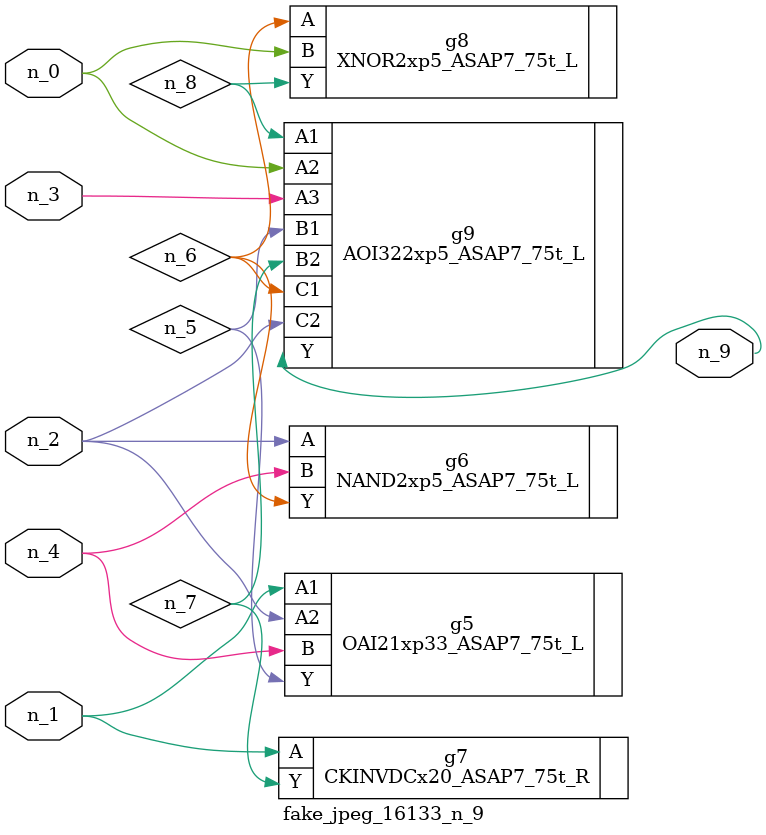
<source format=v>
module fake_jpeg_16133_n_9 (n_3, n_2, n_1, n_0, n_4, n_9);

input n_3;
input n_2;
input n_1;
input n_0;
input n_4;

output n_9;

wire n_8;
wire n_6;
wire n_5;
wire n_7;

OAI21xp33_ASAP7_75t_L g5 ( 
.A1(n_1),
.A2(n_2),
.B(n_4),
.Y(n_5)
);

NAND2xp5_ASAP7_75t_L g6 ( 
.A(n_2),
.B(n_4),
.Y(n_6)
);

CKINVDCx20_ASAP7_75t_R g7 ( 
.A(n_1),
.Y(n_7)
);

XNOR2xp5_ASAP7_75t_L g8 ( 
.A(n_6),
.B(n_0),
.Y(n_8)
);

AOI322xp5_ASAP7_75t_L g9 ( 
.A1(n_8),
.A2(n_0),
.A3(n_3),
.B1(n_5),
.B2(n_7),
.C1(n_6),
.C2(n_2),
.Y(n_9)
);


endmodule
</source>
